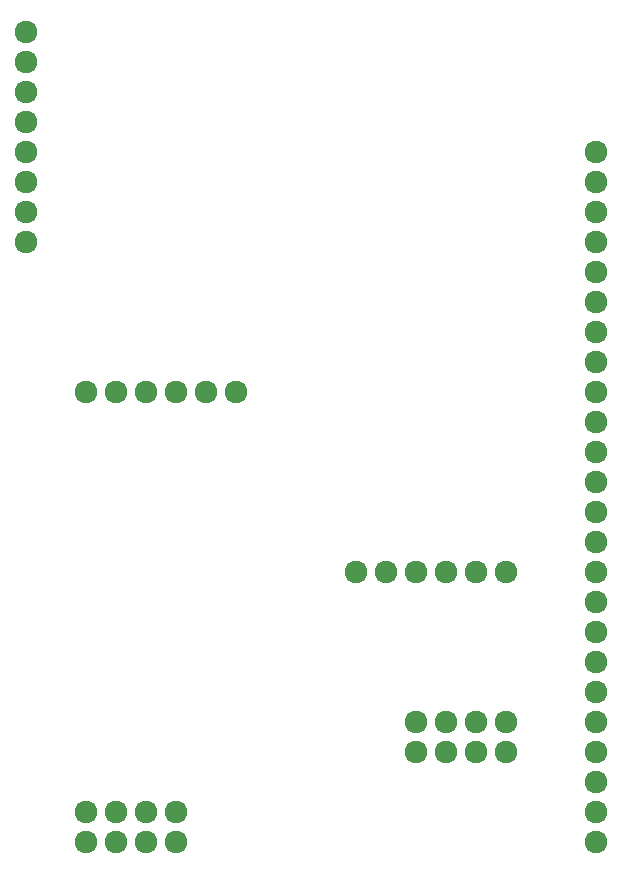
<source format=gbr>
G04 #@! TF.FileFunction,Soldermask,Top*
%FSLAX46Y46*%
G04 Gerber Fmt 4.6, Leading zero omitted, Abs format (unit mm)*
G04 Created by KiCad (PCBNEW 4.0.7) date 12/31/17 13:49:46*
%MOMM*%
%LPD*%
G01*
G04 APERTURE LIST*
%ADD10C,0.100000*%
%ADD11C,1.924000*%
G04 APERTURE END LIST*
D10*
D11*
X128270000Y-133350000D03*
X130810000Y-133350000D03*
X133350000Y-133350000D03*
X135890000Y-133350000D03*
X135890000Y-130810000D03*
X133350000Y-130810000D03*
X130810000Y-130810000D03*
X128270000Y-130810000D03*
X151130000Y-110490000D03*
X153670000Y-110490000D03*
X156210000Y-110490000D03*
X158750000Y-110490000D03*
X161290000Y-110490000D03*
X163830000Y-110490000D03*
X128270000Y-95250000D03*
X130810000Y-95250000D03*
X133350000Y-95250000D03*
X135890000Y-95250000D03*
X138430000Y-95250000D03*
X140970000Y-95250000D03*
X156210000Y-125730000D03*
X158750000Y-125730000D03*
X161290000Y-125730000D03*
X163830000Y-125730000D03*
X163830000Y-123190000D03*
X161290000Y-123190000D03*
X158750000Y-123190000D03*
X156210000Y-123190000D03*
X123190000Y-82550000D03*
X123190000Y-80010000D03*
X123190000Y-77470000D03*
X123190000Y-74930000D03*
X123190000Y-72390000D03*
X123190000Y-69850000D03*
X123190000Y-67310000D03*
X123190000Y-64770000D03*
X171450000Y-92710000D03*
X171450000Y-90170000D03*
X171450000Y-87630000D03*
X171450000Y-85090000D03*
X171450000Y-82550000D03*
X171450000Y-80010000D03*
X171450000Y-77470000D03*
X171450000Y-74930000D03*
X171450000Y-113030000D03*
X171450000Y-110490000D03*
X171450000Y-107950000D03*
X171450000Y-105410000D03*
X171450000Y-102870000D03*
X171450000Y-100330000D03*
X171450000Y-97790000D03*
X171450000Y-95250000D03*
X171450000Y-133350000D03*
X171450000Y-130810000D03*
X171450000Y-128270000D03*
X171450000Y-125730000D03*
X171450000Y-123190000D03*
X171450000Y-120650000D03*
X171450000Y-118110000D03*
X171450000Y-115570000D03*
M02*

</source>
